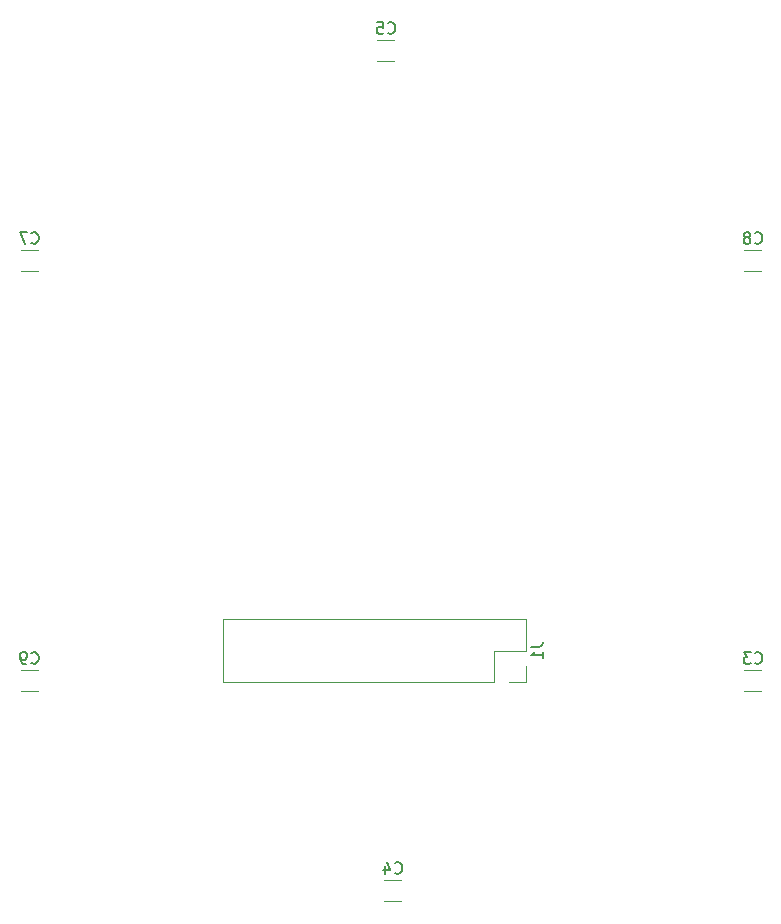
<source format=gbr>
%TF.GenerationSoftware,KiCad,Pcbnew,9.0.7-9.0.7~ubuntu24.04.1*%
%TF.CreationDate,2026-01-21T08:03:13-05:00*%
%TF.ProjectId,LED_clock,4c45445f-636c-46f6-936b-2e6b69636164,rev?*%
%TF.SameCoordinates,Original*%
%TF.FileFunction,Legend,Bot*%
%TF.FilePolarity,Positive*%
%FSLAX46Y46*%
G04 Gerber Fmt 4.6, Leading zero omitted, Abs format (unit mm)*
G04 Created by KiCad (PCBNEW 9.0.7-9.0.7~ubuntu24.04.1) date 2026-01-21 08:03:13*
%MOMM*%
%LPD*%
G01*
G04 APERTURE LIST*
%ADD10C,0.150000*%
%ADD11C,0.120000*%
G04 APERTURE END LIST*
D10*
X223686666Y-194089580D02*
X223734285Y-194137200D01*
X223734285Y-194137200D02*
X223877142Y-194184819D01*
X223877142Y-194184819D02*
X223972380Y-194184819D01*
X223972380Y-194184819D02*
X224115237Y-194137200D01*
X224115237Y-194137200D02*
X224210475Y-194041961D01*
X224210475Y-194041961D02*
X224258094Y-193946723D01*
X224258094Y-193946723D02*
X224305713Y-193756247D01*
X224305713Y-193756247D02*
X224305713Y-193613390D01*
X224305713Y-193613390D02*
X224258094Y-193422914D01*
X224258094Y-193422914D02*
X224210475Y-193327676D01*
X224210475Y-193327676D02*
X224115237Y-193232438D01*
X224115237Y-193232438D02*
X223972380Y-193184819D01*
X223972380Y-193184819D02*
X223877142Y-193184819D01*
X223877142Y-193184819D02*
X223734285Y-193232438D01*
X223734285Y-193232438D02*
X223686666Y-193280057D01*
X223210475Y-194184819D02*
X223019999Y-194184819D01*
X223019999Y-194184819D02*
X222924761Y-194137200D01*
X222924761Y-194137200D02*
X222877142Y-194089580D01*
X222877142Y-194089580D02*
X222781904Y-193946723D01*
X222781904Y-193946723D02*
X222734285Y-193756247D01*
X222734285Y-193756247D02*
X222734285Y-193375295D01*
X222734285Y-193375295D02*
X222781904Y-193280057D01*
X222781904Y-193280057D02*
X222829523Y-193232438D01*
X222829523Y-193232438D02*
X222924761Y-193184819D01*
X222924761Y-193184819D02*
X223115237Y-193184819D01*
X223115237Y-193184819D02*
X223210475Y-193232438D01*
X223210475Y-193232438D02*
X223258094Y-193280057D01*
X223258094Y-193280057D02*
X223305713Y-193375295D01*
X223305713Y-193375295D02*
X223305713Y-193613390D01*
X223305713Y-193613390D02*
X223258094Y-193708628D01*
X223258094Y-193708628D02*
X223210475Y-193756247D01*
X223210475Y-193756247D02*
X223115237Y-193803866D01*
X223115237Y-193803866D02*
X222924761Y-193803866D01*
X222924761Y-193803866D02*
X222829523Y-193756247D01*
X222829523Y-193756247D02*
X222781904Y-193708628D01*
X222781904Y-193708628D02*
X222734285Y-193613390D01*
X284939166Y-158529580D02*
X284986785Y-158577200D01*
X284986785Y-158577200D02*
X285129642Y-158624819D01*
X285129642Y-158624819D02*
X285224880Y-158624819D01*
X285224880Y-158624819D02*
X285367737Y-158577200D01*
X285367737Y-158577200D02*
X285462975Y-158481961D01*
X285462975Y-158481961D02*
X285510594Y-158386723D01*
X285510594Y-158386723D02*
X285558213Y-158196247D01*
X285558213Y-158196247D02*
X285558213Y-158053390D01*
X285558213Y-158053390D02*
X285510594Y-157862914D01*
X285510594Y-157862914D02*
X285462975Y-157767676D01*
X285462975Y-157767676D02*
X285367737Y-157672438D01*
X285367737Y-157672438D02*
X285224880Y-157624819D01*
X285224880Y-157624819D02*
X285129642Y-157624819D01*
X285129642Y-157624819D02*
X284986785Y-157672438D01*
X284986785Y-157672438D02*
X284939166Y-157720057D01*
X284367737Y-158053390D02*
X284462975Y-158005771D01*
X284462975Y-158005771D02*
X284510594Y-157958152D01*
X284510594Y-157958152D02*
X284558213Y-157862914D01*
X284558213Y-157862914D02*
X284558213Y-157815295D01*
X284558213Y-157815295D02*
X284510594Y-157720057D01*
X284510594Y-157720057D02*
X284462975Y-157672438D01*
X284462975Y-157672438D02*
X284367737Y-157624819D01*
X284367737Y-157624819D02*
X284177261Y-157624819D01*
X284177261Y-157624819D02*
X284082023Y-157672438D01*
X284082023Y-157672438D02*
X284034404Y-157720057D01*
X284034404Y-157720057D02*
X283986785Y-157815295D01*
X283986785Y-157815295D02*
X283986785Y-157862914D01*
X283986785Y-157862914D02*
X284034404Y-157958152D01*
X284034404Y-157958152D02*
X284082023Y-158005771D01*
X284082023Y-158005771D02*
X284177261Y-158053390D01*
X284177261Y-158053390D02*
X284367737Y-158053390D01*
X284367737Y-158053390D02*
X284462975Y-158101009D01*
X284462975Y-158101009D02*
X284510594Y-158148628D01*
X284510594Y-158148628D02*
X284558213Y-158243866D01*
X284558213Y-158243866D02*
X284558213Y-158434342D01*
X284558213Y-158434342D02*
X284510594Y-158529580D01*
X284510594Y-158529580D02*
X284462975Y-158577200D01*
X284462975Y-158577200D02*
X284367737Y-158624819D01*
X284367737Y-158624819D02*
X284177261Y-158624819D01*
X284177261Y-158624819D02*
X284082023Y-158577200D01*
X284082023Y-158577200D02*
X284034404Y-158529580D01*
X284034404Y-158529580D02*
X283986785Y-158434342D01*
X283986785Y-158434342D02*
X283986785Y-158243866D01*
X283986785Y-158243866D02*
X284034404Y-158148628D01*
X284034404Y-158148628D02*
X284082023Y-158101009D01*
X284082023Y-158101009D02*
X284177261Y-158053390D01*
X223686666Y-158529580D02*
X223734285Y-158577200D01*
X223734285Y-158577200D02*
X223877142Y-158624819D01*
X223877142Y-158624819D02*
X223972380Y-158624819D01*
X223972380Y-158624819D02*
X224115237Y-158577200D01*
X224115237Y-158577200D02*
X224210475Y-158481961D01*
X224210475Y-158481961D02*
X224258094Y-158386723D01*
X224258094Y-158386723D02*
X224305713Y-158196247D01*
X224305713Y-158196247D02*
X224305713Y-158053390D01*
X224305713Y-158053390D02*
X224258094Y-157862914D01*
X224258094Y-157862914D02*
X224210475Y-157767676D01*
X224210475Y-157767676D02*
X224115237Y-157672438D01*
X224115237Y-157672438D02*
X223972380Y-157624819D01*
X223972380Y-157624819D02*
X223877142Y-157624819D01*
X223877142Y-157624819D02*
X223734285Y-157672438D01*
X223734285Y-157672438D02*
X223686666Y-157720057D01*
X223353332Y-157624819D02*
X222686666Y-157624819D01*
X222686666Y-157624819D02*
X223115237Y-158624819D01*
X253874166Y-140749580D02*
X253921785Y-140797200D01*
X253921785Y-140797200D02*
X254064642Y-140844819D01*
X254064642Y-140844819D02*
X254159880Y-140844819D01*
X254159880Y-140844819D02*
X254302737Y-140797200D01*
X254302737Y-140797200D02*
X254397975Y-140701961D01*
X254397975Y-140701961D02*
X254445594Y-140606723D01*
X254445594Y-140606723D02*
X254493213Y-140416247D01*
X254493213Y-140416247D02*
X254493213Y-140273390D01*
X254493213Y-140273390D02*
X254445594Y-140082914D01*
X254445594Y-140082914D02*
X254397975Y-139987676D01*
X254397975Y-139987676D02*
X254302737Y-139892438D01*
X254302737Y-139892438D02*
X254159880Y-139844819D01*
X254159880Y-139844819D02*
X254064642Y-139844819D01*
X254064642Y-139844819D02*
X253921785Y-139892438D01*
X253921785Y-139892438D02*
X253874166Y-139940057D01*
X252969404Y-139844819D02*
X253445594Y-139844819D01*
X253445594Y-139844819D02*
X253493213Y-140321009D01*
X253493213Y-140321009D02*
X253445594Y-140273390D01*
X253445594Y-140273390D02*
X253350356Y-140225771D01*
X253350356Y-140225771D02*
X253112261Y-140225771D01*
X253112261Y-140225771D02*
X253017023Y-140273390D01*
X253017023Y-140273390D02*
X252969404Y-140321009D01*
X252969404Y-140321009D02*
X252921785Y-140416247D01*
X252921785Y-140416247D02*
X252921785Y-140654342D01*
X252921785Y-140654342D02*
X252969404Y-140749580D01*
X252969404Y-140749580D02*
X253017023Y-140797200D01*
X253017023Y-140797200D02*
X253112261Y-140844819D01*
X253112261Y-140844819D02*
X253350356Y-140844819D01*
X253350356Y-140844819D02*
X253445594Y-140797200D01*
X253445594Y-140797200D02*
X253493213Y-140749580D01*
X254459166Y-211869580D02*
X254506785Y-211917200D01*
X254506785Y-211917200D02*
X254649642Y-211964819D01*
X254649642Y-211964819D02*
X254744880Y-211964819D01*
X254744880Y-211964819D02*
X254887737Y-211917200D01*
X254887737Y-211917200D02*
X254982975Y-211821961D01*
X254982975Y-211821961D02*
X255030594Y-211726723D01*
X255030594Y-211726723D02*
X255078213Y-211536247D01*
X255078213Y-211536247D02*
X255078213Y-211393390D01*
X255078213Y-211393390D02*
X255030594Y-211202914D01*
X255030594Y-211202914D02*
X254982975Y-211107676D01*
X254982975Y-211107676D02*
X254887737Y-211012438D01*
X254887737Y-211012438D02*
X254744880Y-210964819D01*
X254744880Y-210964819D02*
X254649642Y-210964819D01*
X254649642Y-210964819D02*
X254506785Y-211012438D01*
X254506785Y-211012438D02*
X254459166Y-211060057D01*
X253602023Y-211298152D02*
X253602023Y-211964819D01*
X253840118Y-210917200D02*
X254078213Y-211631485D01*
X254078213Y-211631485D02*
X253459166Y-211631485D01*
X284939166Y-194089580D02*
X284986785Y-194137200D01*
X284986785Y-194137200D02*
X285129642Y-194184819D01*
X285129642Y-194184819D02*
X285224880Y-194184819D01*
X285224880Y-194184819D02*
X285367737Y-194137200D01*
X285367737Y-194137200D02*
X285462975Y-194041961D01*
X285462975Y-194041961D02*
X285510594Y-193946723D01*
X285510594Y-193946723D02*
X285558213Y-193756247D01*
X285558213Y-193756247D02*
X285558213Y-193613390D01*
X285558213Y-193613390D02*
X285510594Y-193422914D01*
X285510594Y-193422914D02*
X285462975Y-193327676D01*
X285462975Y-193327676D02*
X285367737Y-193232438D01*
X285367737Y-193232438D02*
X285224880Y-193184819D01*
X285224880Y-193184819D02*
X285129642Y-193184819D01*
X285129642Y-193184819D02*
X284986785Y-193232438D01*
X284986785Y-193232438D02*
X284939166Y-193280057D01*
X284605832Y-193184819D02*
X283986785Y-193184819D01*
X283986785Y-193184819D02*
X284320118Y-193565771D01*
X284320118Y-193565771D02*
X284177261Y-193565771D01*
X284177261Y-193565771D02*
X284082023Y-193613390D01*
X284082023Y-193613390D02*
X284034404Y-193661009D01*
X284034404Y-193661009D02*
X283986785Y-193756247D01*
X283986785Y-193756247D02*
X283986785Y-193994342D01*
X283986785Y-193994342D02*
X284034404Y-194089580D01*
X284034404Y-194089580D02*
X284082023Y-194137200D01*
X284082023Y-194137200D02*
X284177261Y-194184819D01*
X284177261Y-194184819D02*
X284462975Y-194184819D01*
X284462975Y-194184819D02*
X284558213Y-194137200D01*
X284558213Y-194137200D02*
X284605832Y-194089580D01*
X265994819Y-192706666D02*
X266709104Y-192706666D01*
X266709104Y-192706666D02*
X266851961Y-192659047D01*
X266851961Y-192659047D02*
X266947200Y-192563809D01*
X266947200Y-192563809D02*
X266994819Y-192420952D01*
X266994819Y-192420952D02*
X266994819Y-192325714D01*
X266994819Y-193706666D02*
X266994819Y-193135238D01*
X266994819Y-193420952D02*
X265994819Y-193420952D01*
X265994819Y-193420952D02*
X266137676Y-193325714D01*
X266137676Y-193325714D02*
X266232914Y-193230476D01*
X266232914Y-193230476D02*
X266280533Y-193135238D01*
D11*
%TO.C,C9*%
X224231252Y-196490000D02*
X222808748Y-196490000D01*
X224231252Y-194670000D02*
X222808748Y-194670000D01*
%TO.C,C8*%
X285483752Y-159110000D02*
X284061248Y-159110000D01*
X285483752Y-160930000D02*
X284061248Y-160930000D01*
%TO.C,C7*%
X224231252Y-159110000D02*
X222808748Y-159110000D01*
X224231252Y-160930000D02*
X222808748Y-160930000D01*
%TO.C,C5*%
X254418752Y-141330000D02*
X252996248Y-141330000D01*
X254418752Y-143150000D02*
X252996248Y-143150000D01*
%TO.C,C4*%
X255003752Y-212450000D02*
X253581248Y-212450000D01*
X255003752Y-214270000D02*
X253581248Y-214270000D01*
%TO.C,C3*%
X285483752Y-194670000D02*
X284061248Y-194670000D01*
X285483752Y-196490000D02*
X284061248Y-196490000D01*
%TO.C,J1*%
X239920000Y-195690000D02*
X239920000Y-190390000D01*
X262890000Y-195690000D02*
X239920000Y-195690000D01*
X262890000Y-195690000D02*
X262890000Y-193040000D01*
X262890000Y-193040000D02*
X265540000Y-193040000D01*
X264160000Y-195690000D02*
X265540000Y-195690000D01*
X265540000Y-195690000D02*
X265540000Y-194310000D01*
X265540000Y-193040000D02*
X265540000Y-190390000D01*
X265540000Y-190390000D02*
X239920000Y-190390000D01*
%TD*%
M02*

</source>
